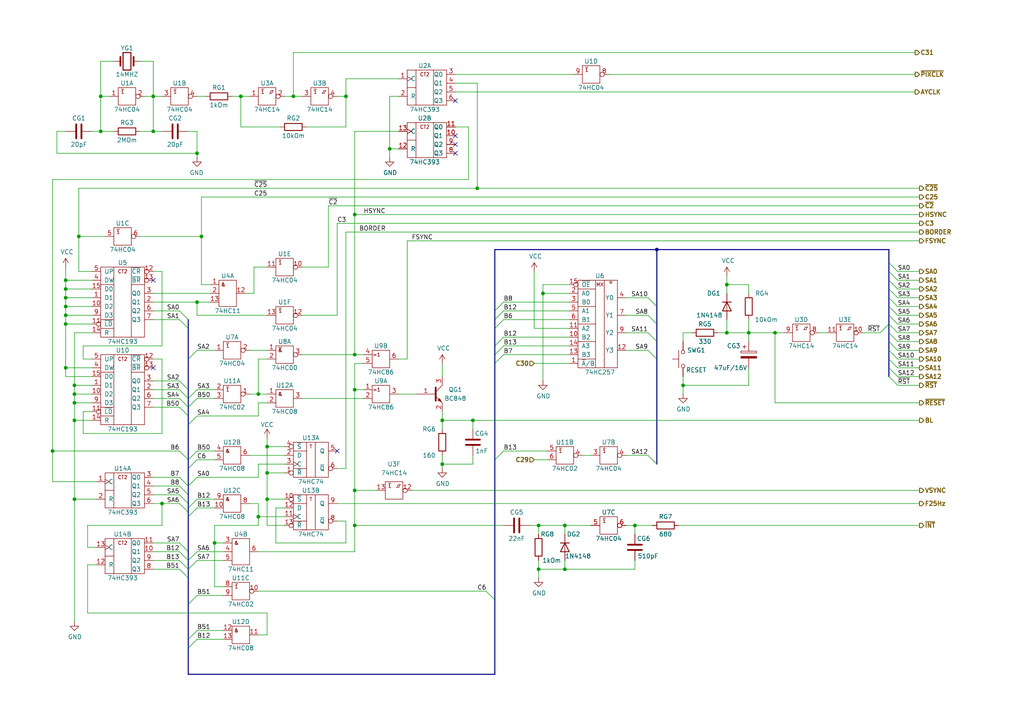
<source format=kicad_sch>
(kicad_sch (version 20231120) (generator "eeschema") (generator_version "8.0")
  (paper "A4")
  (title_block (title "Generator") (date "28.05.2022") (rev "0.01v") (comment 1 "Comment1") (comment 2 "Comment2") (comment 3 "Comment3") (comment 4 "Comment4"))
  (junction (at 157.48 85.09))
  (junction (at 19.05 83.82))
  (junction (at 85.09 27.94))
  (junction (at 74.93 114.3))
  (junction (at 77.47 144.78))
  (junction (at 190.5 72.39))
  (junction (at 44.45 27.94))
  (junction (at 21.59 121.92))
  (junction (at 77.47 137.16))
  (junction (at 19.05 93.98))
  (junction (at 210.82 82.55))
  (junction (at 102.87 62.23))
  (junction (at 21.59 144.78))
  (junction (at 19.05 81.28))
  (junction (at 46.99 146.05))
  (junction (at 29.21 38.1))
  (junction (at 102.87 102.87))
  (junction (at 210.82 96.52))
  (junction (at 113.03 43.18))
  (junction (at 102.87 152.4))
  (junction (at 224.79 96.52))
  (junction (at 19.05 106.68))
  (junction (at 21.59 116.84))
  (junction (at 69.85 27.94))
  (junction (at 102.87 142.24))
  (junction (at 156.21 165.1))
  (junction (at 58.42 68.58))
  (junction (at 62.23 157.48))
  (junction (at 21.59 114.3))
  (junction (at 138.43 54.61))
  (junction (at 19.05 88.9))
  (junction (at 19.05 91.44))
  (junction (at 19.05 86.36))
  (junction (at 156.21 152.4))
  (junction (at 21.59 111.76))
  (junction (at 22.86 68.58))
  (junction (at 100.33 27.94))
  (junction (at 198.12 111.76))
  (junction (at 128.27 121.92))
  (junction (at 74.93 149.86))
  (junction (at 102.87 113.03))
  (junction (at 184.15 152.4))
  (junction (at 29.21 27.94))
  (junction (at 15.24 130.81))
  (junction (at 57.15 87.63))
  (junction (at 44.45 38.1))
  (junction (at 163.83 152.4))
  (junction (at 137.16 121.92))
  (junction (at 217.17 96.52))
  (junction (at 163.83 165.1))
  (junction (at 77.47 129.54))
  (junction (at 57.15 44.45))
  (junction (at 128.27 134.62))
  (no_connect (at 44.45 106.68))
  (no_connect (at 132.08 39.37))
  (no_connect (at 132.08 41.91))
  (no_connect (at 97.79 130.81))
  (no_connect (at 132.08 44.45))
  (no_connect (at 132.08 29.21))
  (no_connect (at 44.45 81.28))
  (bus_entry (at 54.61 118.11) (size 2.54 -2.54))
  (bus_entry (at 257.81 109.22) (size 2.54 2.54))
  (bus_entry (at 52.07 160.02) (size 2.54 2.54))
  (bus_entry (at 143.51 100.33) (size 2.54 -2.54))
  (bus_entry (at 257.81 96.52) (size 2.54 2.54))
  (bus_entry (at 257.81 99.06) (size 2.54 2.54))
  (bus_entry (at 54.61 187.96) (size 2.54 -2.54))
  (bus_entry (at 54.61 104.14) (size 2.54 -2.54))
  (bus_entry (at 52.07 140.97) (size 2.54 2.54))
  (bus_entry (at 52.07 92.71) (size 2.54 2.54))
  (bus_entry (at 52.07 115.57) (size 2.54 2.54))
  (bus_entry (at 187.96 86.36) (size 2.54 2.54))
  (bus_entry (at 187.96 132.08) (size 2.54 2.54))
  (bus_entry (at 143.51 90.17) (size 2.54 -2.54))
  (bus_entry (at 143.51 92.71) (size 2.54 -2.54))
  (bus_entry (at 54.61 135.89) (size 2.54 -2.54))
  (bus_entry (at 143.51 102.87) (size 2.54 -2.54))
  (bus_entry (at 257.81 88.9) (size 2.54 2.54))
  (bus_entry (at 187.96 96.52) (size 2.54 2.54))
  (bus_entry (at 257.81 106.68) (size 2.54 2.54))
  (bus_entry (at 54.61 133.35) (size 2.54 -2.54))
  (bus_entry (at 140.97 171.45) (size 2.54 2.54))
  (bus_entry (at 143.51 95.25) (size 2.54 -2.54))
  (bus_entry (at 54.61 149.86) (size 2.54 -2.54))
  (bus_entry (at 52.07 146.05) (size 2.54 2.54))
  (bus_entry (at 257.81 81.28) (size 2.54 2.54))
  (bus_entry (at 255.27 96.52) (size 2.54 -2.54))
  (bus_entry (at 54.61 165.1) (size 2.54 -2.54))
  (bus_entry (at 257.81 86.36) (size 2.54 2.54))
  (bus_entry (at 54.61 123.19) (size 2.54 -2.54))
  (bus_entry (at 257.81 83.82) (size 2.54 2.54))
  (bus_entry (at 52.07 110.49) (size 2.54 2.54))
  (bus_entry (at 52.07 143.51) (size 2.54 2.54))
  (bus_entry (at 187.96 91.44) (size 2.54 2.54))
  (bus_entry (at 52.07 165.1) (size 2.54 2.54))
  (bus_entry (at 52.07 118.11) (size 2.54 2.54))
  (bus_entry (at 52.07 162.56) (size 2.54 2.54))
  (bus_entry (at 54.61 185.42) (size 2.54 -2.54))
  (bus_entry (at 257.81 101.6) (size 2.54 2.54))
  (bus_entry (at 143.51 105.41) (size 2.54 -2.54))
  (bus_entry (at 257.81 78.74) (size 2.54 2.54))
  (bus_entry (at 257.81 76.2) (size 2.54 2.54))
  (bus_entry (at 257.81 93.98) (size 2.54 2.54))
  (bus_entry (at 54.61 115.57) (size 2.54 -2.54))
  (bus_entry (at 187.96 101.6) (size 2.54 2.54))
  (bus_entry (at 54.61 140.97) (size 2.54 -2.54))
  (bus_entry (at 54.61 162.56) (size 2.54 -2.54))
  (bus_entry (at 257.81 104.14) (size 2.54 2.54))
  (bus_entry (at 54.61 147.32) (size 2.54 -2.54))
  (bus_entry (at 52.07 130.81) (size 2.54 2.54))
  (bus_entry (at 54.61 175.26) (size 2.54 -2.54))
  (bus_entry (at 257.81 91.44) (size 2.54 2.54))
  (bus_entry (at 52.07 138.43) (size 2.54 2.54))
  (bus_entry (at 52.07 113.03) (size 2.54 2.54))
  (bus_entry (at 52.07 157.48) (size 2.54 2.54))
  (bus_entry (at 52.07 90.17) (size 2.54 2.54))
  (bus_entry (at 143.51 133.35) (size 2.54 -2.54))
  (bus (pts (xy 143.51 72.39) (xy 143.51 90.17)))
  (wire (pts (xy 102.87 113.03) (xy 105.41 113.03)))
  (wire (pts (xy 77.47 144.78) (xy 77.47 152.4)))
  (wire (pts (xy 62.23 157.48) (xy 62.23 170.18)))
  (wire (pts (xy 69.85 27.94) (xy 72.39 27.94)))
  (wire (pts (xy 57.15 160.02) (xy 64.77 160.02)))
  (wire (pts (xy 154.94 78.74) (xy 154.94 95.25)))
  (wire (pts (xy 62.23 113.03) (xy 57.15 113.03)))
  (wire (pts (xy 29.21 17.78) (xy 33.02 17.78)))
  (wire (pts (xy 77.47 152.4) (xy 82.55 152.4)))
  (wire (pts (xy 100.33 67.31) (xy 266.7 67.31)))
  (wire (pts (xy 21.59 111.76) (xy 21.59 114.3)))
  (wire (pts (xy 100.33 22.86) (xy 115.57 22.86)))
  (bus (pts (xy 54.61 104.14) (xy 54.61 113.03)))
  (wire (pts (xy 97.79 146.05) (xy 266.7 146.05)))
  (wire (pts (xy 196.85 152.4) (xy 266.7 152.4)))
  (wire (pts (xy 57.15 130.81) (xy 62.23 130.81)))
  (bus (pts (xy 257.81 86.36) (xy 257.81 88.9)))
  (bus (pts (xy 257.81 104.14) (xy 257.81 106.68)))
  (bus (pts (xy 257.81 76.2) (xy 257.81 78.74)))
  (wire (pts (xy 210.82 96.52) (xy 217.17 96.52)))
  (wire (pts (xy 266.7 69.85) (xy 118.11 69.85)))
  (wire (pts (xy 77.47 184.15) (xy 77.47 177.8)))
  (wire (pts (xy 26.67 81.28) (xy 19.05 81.28)))
  (wire (pts (xy 198.12 111.76) (xy 217.17 111.76)))
  (wire (pts (xy 266.7 93.98) (xy 260.35 93.98)))
  (wire (pts (xy 44.45 118.11) (xy 52.07 118.11)))
  (wire (pts (xy 44.45 78.74) (xy 46.99 78.74)))
  (wire (pts (xy 46.99 78.74) (xy 46.99 100.33)))
  (wire (pts (xy 19.05 109.22) (xy 19.05 106.68)))
  (wire (pts (xy 118.11 104.14) (xy 115.57 104.14)))
  (wire (pts (xy 100.33 157.48) (xy 80.01 157.48)))
  (wire (pts (xy 25.4 158.75) (xy 27.94 158.75)))
  (wire (pts (xy 210.82 82.55) (xy 217.17 82.55)))
  (bus (pts (xy 54.61 147.32) (xy 54.61 148.59)))
  (wire (pts (xy 128.27 132.08) (xy 128.27 134.62)))
  (wire (pts (xy 24.13 125.73) (xy 46.99 125.73)))
  (wire (pts (xy 102.87 152.4) (xy 102.87 160.02)))
  (wire (pts (xy 26.67 38.1) (xy 29.21 38.1)))
  (wire (pts (xy 71.12 85.09) (xy 73.66 85.09)))
  (bus (pts (xy 257.81 93.98) (xy 257.81 96.52)))
  (wire (pts (xy 138.43 54.61) (xy 266.7 54.61)))
  (wire (pts (xy 115.57 38.1) (xy 102.87 38.1)))
  (bus (pts (xy 143.51 95.25) (xy 143.51 100.33)))
  (wire (pts (xy 266.7 104.14) (xy 260.35 104.14)))
  (wire (pts (xy 29.21 38.1) (xy 33.02 38.1)))
  (wire (pts (xy 156.21 162.56) (xy 156.21 165.1)))
  (bus (pts (xy 54.61 95.25) (xy 54.61 104.14)))
  (wire (pts (xy 19.05 83.82) (xy 26.67 83.82)))
  (wire (pts (xy 19.05 81.28) (xy 19.05 77.47)))
  (wire (pts (xy 146.05 87.63) (xy 165.1 87.63)))
  (bus (pts (xy 54.61 148.59) (xy 54.61 149.86)))
  (wire (pts (xy 57.15 133.35) (xy 62.23 133.35)))
  (wire (pts (xy 74.93 149.86) (xy 74.93 152.4)))
  (wire (pts (xy 44.45 115.57) (xy 52.07 115.57)))
  (wire (pts (xy 168.91 132.08) (xy 171.45 132.08)))
  (wire (pts (xy 156.21 165.1) (xy 156.21 167.64)))
  (wire (pts (xy 57.15 44.45) (xy 57.15 38.1)))
  (bus (pts (xy 54.61 195.58) (xy 143.51 195.58)))
  (wire (pts (xy 198.12 111.76) (xy 198.12 114.3)))
  (wire (pts (xy 77.47 137.16) (xy 77.47 144.78)))
  (wire (pts (xy 41.91 27.94) (xy 44.45 27.94)))
  (wire (pts (xy 74.93 114.3) (xy 77.47 114.3)))
  (wire (pts (xy 208.28 96.52) (xy 210.82 96.52)))
  (wire (pts (xy 22.86 68.58) (xy 22.86 78.74)))
  (wire (pts (xy 15.24 52.07) (xy 135.89 52.07)))
  (wire (pts (xy 57.15 144.78) (xy 62.23 144.78)))
  (wire (pts (xy 26.67 106.68) (xy 19.05 106.68)))
  (bus (pts (xy 54.61 146.05) (xy 54.61 147.32)))
  (wire (pts (xy 74.93 146.05) (xy 74.93 149.86)))
  (wire (pts (xy 19.05 91.44) (xy 19.05 93.98)))
  (wire (pts (xy 64.77 157.48) (xy 62.23 157.48)))
  (wire (pts (xy 24.13 100.33) (xy 24.13 104.14)))
  (wire (pts (xy 128.27 109.22) (xy 128.27 105.41)))
  (wire (pts (xy 217.17 96.52) (xy 217.17 99.06)))
  (bus (pts (xy 143.51 173.99) (xy 143.51 195.58)))
  (wire (pts (xy 26.67 114.3) (xy 21.59 114.3)))
  (wire (pts (xy 224.79 116.84) (xy 266.7 116.84)))
  (wire (pts (xy 181.61 101.6) (xy 187.96 101.6)))
  (wire (pts (xy 156.21 152.4) (xy 163.83 152.4)))
  (wire (pts (xy 21.59 121.92) (xy 21.59 116.84)))
  (wire (pts (xy 57.15 115.57) (xy 62.23 115.57)))
  (bus (pts (xy 54.61 149.86) (xy 54.61 160.02)))
  (wire (pts (xy 266.7 96.52) (xy 260.35 96.52)))
  (wire (pts (xy 19.05 106.68) (xy 19.05 93.98)))
  (wire (pts (xy 19.05 91.44) (xy 26.67 91.44)))
  (wire (pts (xy 102.87 38.1) (xy 102.87 62.23)))
  (wire (pts (xy 19.05 88.9) (xy 26.67 88.9)))
  (wire (pts (xy 74.93 160.02) (xy 102.87 160.02)))
  (wire (pts (xy 15.24 130.81) (xy 15.24 139.7)))
  (wire (pts (xy 100.33 67.31) (xy 100.33 135.89)))
  (wire (pts (xy 62.23 152.4) (xy 62.23 157.48)))
  (bus (pts (xy 190.5 72.39) (xy 257.81 72.39)))
  (wire (pts (xy 44.45 17.78) (xy 44.45 27.94)))
  (wire (pts (xy 74.93 138.43) (xy 57.15 138.43)))
  (wire (pts (xy 74.93 152.4) (xy 62.23 152.4)))
  (bus (pts (xy 54.61 187.96) (xy 54.61 195.58)))
  (wire (pts (xy 146.05 92.71) (xy 165.1 92.71)))
  (wire (pts (xy 128.27 121.92) (xy 137.16 121.92)))
  (wire (pts (xy 266.7 106.68) (xy 260.35 106.68)))
  (bus (pts (xy 54.61 92.71) (xy 54.61 95.25)))
  (wire (pts (xy 46.99 100.33) (xy 24.13 100.33)))
  (wire (pts (xy 266.7 78.74) (xy 260.35 78.74)))
  (wire (pts (xy 95.25 59.69) (xy 95.25 77.47)))
  (bus (pts (xy 54.61 133.35) (xy 54.61 135.89)))
  (wire (pts (xy 69.85 27.94) (xy 69.85 36.83)))
  (wire (pts (xy 102.87 113.03) (xy 102.87 142.24)))
  (wire (pts (xy 184.15 152.4) (xy 184.15 154.94)))
  (wire (pts (xy 77.47 129.54) (xy 77.47 137.16)))
  (wire (pts (xy 77.47 129.54) (xy 77.47 127)))
  (bus (pts (xy 143.51 105.41) (xy 143.51 133.35)))
  (bus (pts (xy 143.51 100.33) (xy 143.51 102.87)))
  (wire (pts (xy 21.59 144.78) (xy 27.94 144.78)))
  (wire (pts (xy 265.43 15.24) (xy 85.09 15.24)))
  (wire (pts (xy 27.94 163.83) (xy 25.4 163.83)))
  (wire (pts (xy 57.15 27.94) (xy 59.69 27.94)))
  (wire (pts (xy 16.51 44.45) (xy 57.15 44.45)))
  (wire (pts (xy 266.7 91.44) (xy 260.35 91.44)))
  (wire (pts (xy 54.61 38.1) (xy 57.15 38.1)))
  (wire (pts (xy 57.15 147.32) (xy 62.23 147.32)))
  (bus (pts (xy 54.61 162.56) (xy 54.61 165.1)))
  (wire (pts (xy 19.05 86.36) (xy 26.67 86.36)))
  (wire (pts (xy 153.67 152.4) (xy 156.21 152.4)))
  (bus (pts (xy 190.5 72.39) (xy 190.5 88.9)))
  (wire (pts (xy 44.45 85.09) (xy 60.96 85.09)))
  (wire (pts (xy 217.17 96.52) (xy 217.17 92.71)))
  (wire (pts (xy 260.35 81.28) (xy 266.7 81.28)))
  (wire (pts (xy 29.21 17.78) (xy 29.21 27.94)))
  (bus (pts (xy 257.81 106.68) (xy 257.81 109.22)))
  (wire (pts (xy 260.35 86.36) (xy 266.7 86.36)))
  (wire (pts (xy 184.15 152.4) (xy 189.23 152.4)))
  (wire (pts (xy 100.33 27.94) (xy 100.33 22.86)))
  (wire (pts (xy 137.16 124.46) (xy 137.16 121.92)))
  (wire (pts (xy 95.25 77.47) (xy 87.63 77.47)))
  (bus (pts (xy 257.81 83.82) (xy 257.81 86.36)))
  (wire (pts (xy 154.94 105.41) (xy 165.1 105.41)))
  (wire (pts (xy 57.15 44.45) (xy 57.15 45.72)))
  (wire (pts (xy 181.61 132.08) (xy 187.96 132.08)))
  (wire (pts (xy 77.47 91.44) (xy 57.15 91.44)))
  (wire (pts (xy 198.12 109.22) (xy 198.12 111.76)))
  (wire (pts (xy 40.64 17.78) (xy 44.45 17.78)))
  (wire (pts (xy 74.93 104.14) (xy 74.93 114.3)))
  (wire (pts (xy 260.35 83.82) (xy 266.7 83.82)))
  (wire (pts (xy 46.99 104.14) (xy 44.45 104.14)))
  (wire (pts (xy 85.09 27.94) (xy 87.63 27.94)))
  (wire (pts (xy 22.86 54.61) (xy 22.86 68.58)))
  (bus (pts (xy 257.81 101.6) (xy 257.81 104.14)))
  (wire (pts (xy 102.87 105.41) (xy 102.87 113.03)))
  (wire (pts (xy 80.01 147.32) (xy 82.55 147.32)))
  (wire (pts (xy 97.79 135.89) (xy 100.33 135.89)))
  (wire (pts (xy 46.99 146.05) (xy 46.99 152.4)))
  (wire (pts (xy 26.67 109.22) (xy 19.05 109.22)))
  (wire (pts (xy 260.35 109.22) (xy 266.7 109.22)))
  (bus (pts (xy 143.51 92.71) (xy 143.51 95.25)))
  (wire (pts (xy 72.39 101.6) (xy 77.47 101.6)))
  (wire (pts (xy 95.25 59.69) (xy 266.7 59.69)))
  (wire (pts (xy 21.59 116.84) (xy 26.67 116.84)))
  (wire (pts (xy 21.59 96.52) (xy 26.67 96.52)))
  (bus (pts (xy 54.61 118.11) (xy 54.61 120.65)))
  (wire (pts (xy 82.55 27.94) (xy 85.09 27.94)))
  (wire (pts (xy 224.79 96.52) (xy 224.79 116.84)))
  (wire (pts (xy 132.08 21.59) (xy 166.37 21.59)))
  (wire (pts (xy 15.24 52.07) (xy 15.24 130.81)))
  (bus (pts (xy 143.51 133.35) (xy 143.51 173.99)))
  (wire (pts (xy 62.23 170.18) (xy 64.77 170.18)))
  (wire (pts (xy 77.47 77.47) (xy 73.66 77.47)))
  (wire (pts (xy 44.45 138.43) (xy 52.07 138.43)))
  (wire (pts (xy 58.42 82.55) (xy 60.96 82.55)))
  (wire (pts (xy 157.48 82.55) (xy 157.48 85.09)))
  (wire (pts (xy 44.45 143.51) (xy 52.07 143.51)))
  (wire (pts (xy 44.45 87.63) (xy 57.15 87.63)))
  (wire (pts (xy 74.93 134.62) (xy 82.55 134.62)))
  (wire (pts (xy 266.7 101.6) (xy 260.35 101.6)))
  (wire (pts (xy 19.05 91.44) (xy 19.05 88.9)))
  (wire (pts (xy 74.93 116.84) (xy 74.93 120.65)))
  (wire (pts (xy 15.24 139.7) (xy 27.94 139.7)))
  (wire (pts (xy 132.08 24.13) (xy 138.43 24.13)))
  (wire (pts (xy 113.03 43.18) (xy 113.03 45.72)))
  (wire (pts (xy 58.42 57.15) (xy 58.42 68.58)))
  (wire (pts (xy 57.15 87.63) (xy 60.96 87.63)))
  (bus (pts (xy 143.51 90.17) (xy 143.51 92.71)))
  (wire (pts (xy 44.45 92.71) (xy 52.07 92.71)))
  (bus (pts (xy 190.5 93.98) (xy 190.5 99.06)))
  (wire (pts (xy 181.61 152.4) (xy 184.15 152.4)))
  (bus (pts (xy 190.5 88.9) (xy 190.5 93.98)))
  (wire (pts (xy 154.94 133.35) (xy 158.75 133.35)))
  (wire (pts (xy 44.45 140.97) (xy 52.07 140.97)))
  (wire (pts (xy 25.4 163.83) (xy 25.4 177.8)))
  (wire (pts (xy 165.1 82.55) (xy 157.48 82.55)))
  (wire (pts (xy 77.47 129.54) (xy 82.55 129.54)))
  (bus (pts (xy 54.61 143.51) (xy 54.61 146.05)))
  (wire (pts (xy 69.85 36.83) (xy 81.28 36.83)))
  (wire (pts (xy 40.64 38.1) (xy 44.45 38.1)))
  (wire (pts (xy 158.75 130.81) (xy 146.05 130.81)))
  (wire (pts (xy 44.45 160.02) (xy 52.07 160.02)))
  (wire (pts (xy 87.63 102.87) (xy 102.87 102.87)))
  (bus (pts (xy 257.81 81.28) (xy 257.81 83.82)))
  (wire (pts (xy 119.38 142.24) (xy 266.7 142.24)))
  (wire (pts (xy 266.7 99.06) (xy 260.35 99.06)))
  (wire (pts (xy 57.15 185.42) (xy 64.77 185.42)))
  (wire (pts (xy 26.67 121.92) (xy 21.59 121.92)))
  (wire (pts (xy 64.77 172.72) (xy 57.15 172.72)))
  (wire (pts (xy 146.05 90.17) (xy 165.1 90.17)))
  (wire (pts (xy 135.89 52.07) (xy 135.89 36.83)))
  (wire (pts (xy 187.96 86.36) (xy 181.61 86.36)))
  (wire (pts (xy 25.4 152.4) (xy 25.4 158.75)))
  (wire (pts (xy 163.83 152.4) (xy 163.83 154.94)))
  (wire (pts (xy 163.83 162.56) (xy 163.83 165.1)))
  (wire (pts (xy 266.7 62.23) (xy 102.87 62.23)))
  (wire (pts (xy 250.19 96.52) (xy 255.27 96.52)))
  (wire (pts (xy 198.12 96.52) (xy 200.66 96.52)))
  (wire (pts (xy 15.24 130.81) (xy 52.07 130.81)))
  (wire (pts (xy 22.86 68.58) (xy 30.48 68.58)))
  (wire (pts (xy 77.47 116.84) (xy 74.93 116.84)))
  (wire (pts (xy 25.4 177.8) (xy 77.47 177.8)))
  (wire (pts (xy 44.45 90.17) (xy 52.07 90.17)))
  (wire (pts (xy 57.15 162.56) (xy 64.77 162.56)))
  (wire (pts (xy 74.93 134.62) (xy 74.93 138.43)))
  (wire (pts (xy 19.05 88.9) (xy 19.05 86.36)))
  (wire (pts (xy 77.47 104.14) (xy 74.93 104.14)))
  (bus (pts (xy 257.81 96.52) (xy 257.81 99.06)))
  (wire (pts (xy 74.93 171.45) (xy 140.97 171.45)))
  (wire (pts (xy 115.57 27.94) (xy 113.03 27.94)))
  (wire (pts (xy 58.42 57.15) (xy 266.7 57.15)))
  (wire (pts (xy 40.64 68.58) (xy 58.42 68.58)))
  (bus (pts (xy 190.5 99.06) (xy 190.5 104.14)))
  (wire (pts (xy 46.99 125.73) (xy 46.99 104.14)))
  (wire (pts (xy 26.67 119.38) (xy 24.13 119.38)))
  (wire (pts (xy 72.39 146.05) (xy 74.93 146.05)))
  (wire (pts (xy 21.59 111.76) (xy 21.59 96.52)))
  (wire (pts (xy 181.61 91.44) (xy 187.96 91.44)))
  (wire (pts (xy 217.17 96.52) (xy 224.79 96.52)))
  (wire (pts (xy 102.87 102.87) (xy 105.41 102.87)))
  (wire (pts (xy 146.05 152.4) (xy 102.87 152.4)))
  (wire (pts (xy 21.59 121.92) (xy 21.59 144.78)))
  (wire (pts (xy 237.49 96.52) (xy 240.03 96.52)))
  (wire (pts (xy 19.05 83.82) (xy 19.05 81.28)))
  (wire (pts (xy 57.15 182.88) (xy 64.77 182.88)))
  (wire (pts (xy 44.45 27.94) (xy 44.45 38.1)))
  (bus (pts (xy 54.61 185.42) (xy 54.61 187.96)))
  (wire (pts (xy 138.43 24.13) (xy 138.43 54.61)))
  (wire (pts (xy 29.21 27.94) (xy 29.21 38.1)))
  (wire (pts (xy 44.45 38.1) (xy 46.99 38.1)))
  (wire (pts (xy 26.67 93.98) (xy 19.05 93.98)))
  (wire (pts (xy 154.94 95.25) (xy 165.1 95.25)))
  (wire (pts (xy 266.7 88.9) (xy 260.35 88.9)))
  (wire (pts (xy 21.59 114.3) (xy 21.59 116.84)))
  (wire (pts (xy 82.55 144.78) (xy 77.47 144.78)))
  (wire (pts (xy 97.79 64.77) (xy 266.7 64.77)))
  (wire (pts (xy 102.87 142.24) (xy 109.22 142.24)))
  (wire (pts (xy 44.45 157.48) (xy 52.07 157.48)))
  (wire (pts (xy 80.01 157.48) (xy 80.01 147.32)))
  (wire (pts (xy 156.21 165.1) (xy 163.83 165.1)))
  (wire (pts (xy 210.82 80.01) (xy 210.82 82.55)))
  (wire (pts (xy 16.51 38.1) (xy 16.51 44.45)))
  (wire (pts (xy 44.45 146.05) (xy 46.99 146.05)))
  (wire (pts (xy 44.45 162.56) (xy 52.07 162.56)))
  (wire (pts (xy 118.11 69.85) (xy 118.11 104.14)))
  (wire (pts (xy 44.45 110.49) (xy 52.07 110.49)))
  (wire (pts (xy 266.7 111.76) (xy 260.35 111.76)))
  (wire (pts (xy 58.42 68.58) (xy 58.42 82.55)))
  (wire (pts (xy 102.87 105.41) (xy 105.41 105.41)))
  (wire (pts (xy 137.16 132.08) (xy 137.16 134.62)))
  (bus (pts (xy 143.51 102.87) (xy 143.51 105.41)))
  (wire (pts (xy 97.79 91.44) (xy 97.79 64.77)))
  (wire (pts (xy 137.16 121.92) (xy 266.7 121.92)))
  (wire (pts (xy 181.61 96.52) (xy 187.96 96.52)))
  (wire (pts (xy 72.39 114.3) (xy 74.93 114.3)))
  (wire (pts (xy 128.27 119.38) (xy 128.27 121.92)))
  (wire (pts (xy 128.27 121.92) (xy 128.27 124.46)))
  (bus (pts (xy 54.61 120.65) (xy 54.61 123.19)))
  (bus (pts (xy 257.81 72.39) (xy 257.81 76.2)))
  (wire (pts (xy 128.27 134.62) (xy 137.16 134.62)))
  (wire (pts (xy 87.63 91.44) (xy 97.79 91.44)))
  (bus (pts (xy 257.81 91.44) (xy 257.81 93.98)))
  (wire (pts (xy 72.39 132.08) (xy 82.55 132.08)))
  (wire (pts (xy 224.79 96.52) (xy 227.33 96.52)))
  (wire (pts (xy 210.82 82.55) (xy 210.82 85.09)))
  (wire (pts (xy 44.45 165.1) (xy 52.07 165.1)))
  (wire (pts (xy 25.4 152.4) (xy 46.99 152.4)))
  (wire (pts (xy 88.9 36.83) (xy 100.33 36.83)))
  (bus (pts (xy 54.61 140.97) (xy 54.61 143.51)))
  (wire (pts (xy 22.86 54.61) (xy 138.43 54.61)))
  (wire (pts (xy 157.48 85.09) (xy 157.48 110.49)))
  (bus (pts (xy 54.61 165.1) (xy 54.61 167.64)))
  (wire (pts (xy 102.87 62.23) (xy 102.87 102.87)))
  (wire (pts (xy 19.05 38.1) (xy 16.51 38.1)))
  (wire (pts (xy 22.86 78.74) (xy 26.67 78.74)))
  (wire (pts (xy 163.83 152.4) (xy 171.45 152.4)))
  (bus (pts (xy 54.61 113.03) (xy 54.61 115.57)))
  (bus (pts (xy 54.61 160.02) (xy 54.61 162.56)))
  (wire (pts (xy 217.17 111.76) (xy 217.17 106.68)))
  (wire (pts (xy 184.15 162.56) (xy 184.15 165.1)))
  (wire (pts (xy 57.15 101.6) (xy 62.23 101.6)))
  (wire (pts (xy 29.21 27.94) (xy 31.75 27.94)))
  (bus (pts (xy 54.61 135.89) (xy 54.61 140.97)))
  (bus (pts (xy 257.81 78.74) (xy 257.81 81.28)))
  (wire (pts (xy 74.93 120.65) (xy 57.15 120.65)))
  (wire (pts (xy 146.05 100.33) (xy 165.1 100.33)))
  (wire (pts (xy 21.59 144.78) (xy 21.59 180.34)))
  (wire (pts (xy 87.63 115.57) (xy 105.41 115.57)))
  (bus (pts (xy 54.61 115.57) (xy 54.61 118.11)))
  (wire (pts (xy 115.57 114.3) (xy 120.65 114.3)))
  (wire (pts (xy 77.47 184.15) (xy 74.93 184.15)))
  (wire (pts (xy 67.31 27.94) (xy 69.85 27.94)))
  (wire (pts (xy 198.12 99.06) (xy 198.12 96.52)))
  (wire (pts (xy 44.45 113.03) (xy 52.07 113.03)))
  (wire (pts (xy 57.15 91.44) (xy 57.15 87.63)))
  (bus (pts (xy 143.51 72.39) (xy 190.5 72.39)))
  (wire (pts (xy 163.83 165.1) (xy 184.15 165.1)))
  (wire (pts (xy 44.45 27.94) (xy 46.99 27.94)))
  (wire (pts (xy 24.13 119.38) (xy 24.13 125.73)))
  (wire (pts (xy 176.53 21.59) (xy 265.43 21.59)))
  (bus (pts (xy 54.61 167.64) (xy 54.61 175.26)))
  (bus (pts (xy 54.61 175.26) (xy 54.61 185.42)))
  (wire (pts (xy 113.03 27.94) (xy 113.03 43.18)))
  (wire (pts (xy 113.03 43.18) (xy 115.57 43.18)))
  (wire (pts (xy 165.1 85.09) (xy 157.48 85.09)))
  (wire (pts (xy 97.79 151.13) (xy 100.33 151.13)))
  (wire (pts (xy 146.05 102.87) (xy 165.1 102.87)))
  (wire (pts (xy 100.33 151.13) (xy 100.33 157.48)))
  (wire (pts (xy 217.17 82.55) (xy 217.17 85.09)))
  (wire (pts (xy 128.27 134.62) (xy 128.27 135.89)))
  (wire (pts (xy 135.89 36.83) (xy 132.08 36.83)))
  (bus (pts (xy 190.5 104.14) (xy 190.5 134.62)))
  (wire (pts (xy 156.21 152.4) (xy 156.21 154.94)))
  (wire (pts (xy 19.05 86.36) (xy 19.05 83.82)))
  (bus (pts (xy 257.81 99.06) (xy 257.81 101.6)))
  (wire (pts (xy 100.33 27.94) (xy 100.33 36.83)))
  (wire (pts (xy 46.99 146.05) (xy 52.07 146.05)))
  (wire (pts (xy 77.47 137.16) (xy 82.55 137.16)))
  (wire (pts (xy 210.82 92.71) (xy 210.82 96.52)))
  (wire (pts (xy 24.13 104.14) (xy 26.67 104.14)))
  (wire (pts (xy 146.05 97.79) (xy 165.1 97.79)))
  (wire (pts (xy 85.09 27.94) (xy 85.09 15.24)))
  (wire (pts (xy 82.55 149.86) (xy 74.93 149.86)))
  (bus (pts (xy 257.81 88.9) (xy 257.81 91.44)))
  (wire (pts (xy 73.66 77.47) (xy 73.66 85.09)))
  (wire (pts (xy 102.87 142.24) (xy 102.87 152.4)))
  (bus (pts (xy 54.61 123.19) (xy 54.61 133.35)))
  (wire (pts (xy 26.67 111.76) (xy 21.59 111.76)))
  (wire (pts (xy 97.79 27.94) (xy 100.33 27.94)))
  (wire (pts (xy 132.08 26.67) (xy 265.43 26.67)))
  (label "B13" (at 146.05 130.81 0))
  (label "B12" (at 52.07 160.02 180))
  (label "HSYNC" (at 105.41 62.23 0))
  (label "C6" (at 57.15 133.35 0))
  (label "SA4" (at 57.15 120.65 0))
  (label "~{C25}" (at 73.66 54.61 0))
  (label "SA2" (at 57.15 101.6 0))
  (label "B50" (at 57.15 130.81 0))
  (label "B12" (at 57.15 185.42 0))
  (label "~{RST}" (at 260.35 111.76 0))
  (label "SA1" (at 52.07 92.71 180))
  (label "SA4" (at 260.35 88.9 0))
  (label "SA10" (at 187.96 86.36 180))
  (label "C25" (at 73.66 57.15 0))
  (label "C6" (at 138.43 171.45 0))
  (label "SA11" (at 260.35 106.68 0))
  (label "C3" (at 97.79 64.77 0))
  (label "SA8" (at 187.96 91.44 180))
  (label "B13" (at 52.07 162.56 180))
  (label "B13" (at 57.15 147.32 0))
  (label "SA3" (at 260.35 86.36 0))
  (label "SA4" (at 52.07 115.57 180))
  (label "B6" (at 52.07 130.81 180))
  (label "SA6" (at 52.07 146.05 180))
  (label "SA7" (at 260.35 96.52 0))
  (label "B13" (at 146.05 100.33 0))
  (label "B12" (at 146.05 97.79 0))
  (label "B8" (at 146.05 87.63 0))
  (label "B50" (at 57.15 115.57 0))
  (label "~{C2}" (at 95.25 59.69 0))
  (label "SA6" (at 57.15 160.02 0))
  (label "SA9" (at 260.35 101.6 0))
  (label "SA11" (at 187.96 96.52 180))
  (label "B12" (at 146.05 90.17 0))
  (label "B7" (at 146.05 102.87 0))
  (label "SA5" (at 260.35 91.44 0))
  (label "SA7" (at 57.15 162.56 0))
  (label "B51" (at 57.15 182.88 0))
  (label "SA8" (at 260.35 99.06 0))
  (label "SA5" (at 52.07 143.51 180))
  (label "SA0" (at 52.07 90.17 180))
  (label "B8" (at 52.07 140.97 180))
  (label "SA6" (at 260.35 93.98 0))
  (label "B6" (at 146.05 92.71 0))
  (label "B7" (at 52.07 138.43 180))
  (label "B51" (at 57.15 172.72 0))
  (label "SA10" (at 260.35 104.14 0))
  (label "SA0" (at 57.15 138.43 0))
  (label "SA9" (at 187.96 101.6 180))
  (label "FSYNC" (at 119.38 69.85 0))
  (label "SA7" (at 52.07 157.48 180))
  (label "SA0" (at 260.35 78.74 0))
  (label "B12" (at 57.15 144.78 0))
  (label "SA1" (at 260.35 81.28 0))
  (label "B50" (at 52.07 118.11 180))
  (label "SA12" (at 187.96 132.08 180))
  (label "SA12" (at 260.35 109.22 0))
  (label "~{RST}" (at 255.27 96.52 180))
  (label "SA3" (at 52.07 113.03 180))
  (label "SA2" (at 260.35 83.82 0))
  (label "SA2" (at 52.07 110.49 180))
  (label "SA3" (at 57.15 113.03 0))
  (label "B51" (at 52.07 165.1 180))
  (label "BORDER" (at 104.14 67.31 0))
  (hierarchical_label "FSYNC" (shape output) (at 266.7 69.85 0) (effects (font (thickness 0.254) (bold yes))))
  (hierarchical_label "C3" (shape output) (at 266.7 64.77 0) (effects (font (thickness 0.254) (bold yes))))
  (hierarchical_label "SA3" (shape output) (at 266.7 86.36 0) (effects (font (thickness 0.254) (bold yes))))
  (hierarchical_label "~{PIXCLK}" (shape output) (at 265.43 21.59 0) (effects (font (thickness 0.254) (bold yes))))
  (hierarchical_label "SA1" (shape output) (at 266.7 81.28 0) (effects (font (thickness 0.254) (bold yes))))
  (hierarchical_label "C31" (shape output) (at 265.43 15.24 0) (effects (font (thickness 0.254) (bold yes))))
  (hierarchical_label "AYCLK" (shape output) (at 265.43 26.67 0) (effects (font (thickness 0.254) (bold yes))))
  (hierarchical_label "C25" (shape output) (at 266.7 57.15 0) (effects (font (thickness 0.254) (bold yes))))
  (hierarchical_label "BL" (shape output) (at 266.7 121.92 0) (effects (font (thickness 0.254) (bold yes))))
  (hierarchical_label "SA6" (shape output) (at 266.7 93.98 0) (effects (font (thickness 0.254) (bold yes))))
  (hierarchical_label "~{C25}" (shape output) (at 266.7 54.61 0) (effects (font (thickness 0.254) (bold yes))))
  (hierarchical_label "SA11" (shape output) (at 266.7 106.68 0) (effects (font (thickness 0.254) (bold yes))))
  (hierarchical_label "BORDER" (shape output) (at 266.7 67.31 0) (effects (font (thickness 0.254) (bold yes))))
  (hierarchical_label "SA10" (shape output) (at 266.7 104.14 0) (effects (font (thickness 0.254) (bold yes))))
  (hierarchical_label "SA7" (shape output) (at 266.7 96.52 0) (effects (font (thickness 0.254) (bold yes))))
  (hierarchical_label "VSYNC" (shape output) (at 266.7 142.24 0) (effects (font (thickness 0.254) (bold yes))))
  (hierarchical_label "~{INT}" (shape output) (at 266.7 152.4 0) (effects (font (thickness 0.254) (bold yes))))
  (hierarchical_label "~{C2}" (shape output) (at 266.7 59.69 0) (effects (font (thickness 0.254) (bold yes))))
  (hierarchical_label "C29" (shape input) (at 154.94 133.35 180) (effects (font (thickness 0.254) (bold yes))))
  (hierarchical_label "C30" (shape input) (at 154.94 105.41 180) (effects (font (thickness 0.254) (bold yes))))
  (hierarchical_label "SA4" (shape output) (at 266.7 88.9 0) (effects (font (thickness 0.254) (bold yes))))
  (hierarchical_label "HSYNC" (shape output) (at 266.7 62.23 0) (effects (font (thickness 0.254) (bold yes))))
  (hierarchical_label "SA2" (shape output) (at 266.7 83.82 0) (effects (font (thickness 0.254) (bold yes))))
  (hierarchical_label "SA12" (shape output) (at 266.7 109.22 0) (effects (font (thickness 0.254) (bold yes))))
  (hierarchical_label "SA8" (shape output) (at 266.7 99.06 0) (effects (font (thickness 0.254) (bold yes))))
  (hierarchical_label "~{RST}" (shape output) (at 266.7 111.76 0) (effects (font (thickness 0.254) (bold yes))))
  (hierarchical_label "~{RESET}" (shape output) (at 266.7 116.84 0) (effects (font (thickness 0.254) (bold yes))))
  (hierarchical_label "SA0" (shape output) (at 266.7 78.74 0) (effects (font (thickness 0.254) (bold yes))))
  (hierarchical_label "SA9" (shape output) (at 266.7 101.6 0) (effects (font (thickness 0.254) (bold yes))))
  (hierarchical_label "F25Hz" (shape output) (at 266.7 146.05 0) (effects (font (thickness 0.254) (bold yes))))
  (hierarchical_label "SA5" (shape output) (at 266.7 91.44 0) (effects (font (thickness 0.254) (bold yes))))
  (symbol (lib_id "74IEC:74HC04") (at 36.83 27.94 0) (unit 1)
    (property "Reference" "U1" (at 36.83 24.13 0))
    (property "Value" "74HC04" (at 36.83 31.75 0))
    (property "Footprint" "Package_DIP:DIP-14_W7.62mm" (effects (hide yes)))
    (property "Datasheet" "https://www.ti.com/lit/ug/scyd013b/scyd013b.pdf" (effects (hide yes)))
    (property "Description" "Hex Inverters" (effects (hide yes)))
  )
  (symbol (lib_id "74IEC:74HC04") (at 52.07 27.94 0) (unit 2)
    (property "Reference" "U1" (at 52.07 24.13 0))
    (property "Value" "74HC04" (at 52.07 31.75 0))
    (property "Footprint" "Package_DIP:DIP-14_W7.62mm" (effects (hide yes)))
    (property "Datasheet" "https://www.ti.com/lit/ug/scyd013b/scyd013b.pdf" (effects (hide yes)))
    (property "Description" "Hex Inverters" (effects (hide yes)))
  )
  (symbol (lib_id "Device:Crystal") (at 36.83 17.78 0) (unit 1)
    (property "Reference" "YG1" (at 36.83 13.97 0))
    (property "Value" "14MHZ" (at 36.83 21.59 0))
    (property "Footprint" "Crystal:Crystal_HC49-U_Vertical" (effects (hide yes)))
    (property "Description" "Two pin crystal" (effects (hide yes)))
  )
  (symbol (lib_id "Device:R") (at 36.83 38.1 90) (unit 1)
    (property "Reference" "RG3" (at 36.83 35.56 90))
    (property "Value" "2MOm" (at 36.83 40.64 90))
    (property "Footprint" "Resistor_SMD:R_0805_2012Metric_Pad1.20x1.40mm_HandSolder" (effects (hide yes)))
    (property "Description" "Resistor" (effects (hide yes)))
  )
  (symbol (lib_id "Device:R") (at 85.09 36.83 90) (unit 1)
    (property "Reference" "RG2" (at 85.09 34.29 90))
    (property "Value" "10kOm" (at 85.09 39.37 90))
    (property "Footprint" "Resistor_SMD:R_0805_2012Metric_Pad1.20x1.40mm_HandSolder" (effects (hide yes)))
    (property "Description" "Resistor" (effects (hide yes)))
  )
  (symbol (lib_id "Device:C") (at 22.86 38.1 270) (unit 1)
    (property "Reference" "CG1" (at 22.86 34.29 90))
    (property "Value" "20pF" (at 22.86 41.91 90))
    (property "Footprint" "Capacitor_SMD:C_0805_2012Metric_Pad1.18x1.45mm_HandSolder" (effects (hide yes)))
    (property "Description" "Unpolarized capacitor" (effects (hide yes)))
  )
  (symbol (lib_id "power:GND") (at 113.03 45.72 0) (unit 1)
    (property "Reference" "#PWR02" (effects (hide yes)))
    (property "Value" "GND" (at 113.157 50.1142 0))
    (property "Description" "Power symbol creates a global label with name \"GND\" , ground" (effects (hide yes)))
  )
  (symbol (lib_id "74IEC:74HC14") (at 77.47 27.94 0) (unit 1)
    (property "Reference" "U3" (at 77.47 24.13 0))
    (property "Value" "74HC14" (at 77.47 31.75 0))
    (property "Footprint" "Package_DIP:DIP-14_W7.62mm" (effects (hide yes)))
    (property "Datasheet" "https://www.ti.com/lit/ug/scyd013b/scyd013b.pdf" (effects (hide yes)))
    (property "Description" "Hex Schmitt-Trigger Inverters" (effects (hide yes)))
  )
  (symbol (lib_id "74IEC:74HC14") (at 92.71 27.94 0) (unit 2)
    (property "Reference" "U3" (at 92.71 24.13 0))
    (property "Value" "74HC14" (at 92.71 31.75 0))
    (property "Footprint" "Package_DIP:DIP-14_W7.62mm" (effects (hide yes)))
    (property "Datasheet" "https://www.ti.com/lit/ug/scyd013b/scyd013b.pdf" (effects (hide yes)))
    (property "Description" "Hex Schmitt-Trigger Inverters" (effects (hide yes)))
  )
  (symbol (lib_id "74IEC:74HC193") (at 35.56 113.03 0) (unit 1)
    (property "Reference" "U10" (at 35.56 101.6 0))
    (property "Value" "74HC193" (at 35.56 124.46 0))
    (property "Footprint" "Package_DIP:DIP-16_W7.62mm" (effects (hide yes)))
    (property "Datasheet" "https://www.ti.com/lit/ug/scyd013b/scyd013b.pdf" (effects (hide yes)))
    (property "Description" "4-bit Synchronous Up/Down Counters (Dual Clock With Clear)" (effects (hide yes)))
  )
  (symbol (lib_id "power:VCC") (at 19.05 77.47 0) (unit 1)
    (property "Reference" "#PWR03" (effects (hide yes)))
    (property "Value" "VCC" (at 19.431 73.0758 0))
    (property "Description" "Power symbol creates a global label with name \"VCC\"" (effects (hide yes)))
  )
  (symbol (lib_id "power:GND") (at 21.59 180.34 0) (unit 1)
    (property "Reference" "#PWR012" (effects (hide yes)))
    (property "Value" "GND" (at 21.717 184.7342 0))
    (property "Description" "Power symbol creates a global label with name \"GND\" , ground" (effects (hide yes)))
  )
  (symbol (lib_id "74IEC:74HC04") (at 171.45 21.59 0) (unit 4)
    (property "Reference" "U1" (at 171.45 17.78 0))
    (property "Value" "74HC04" (at 171.45 25.4 0))
    (property "Footprint" "Package_DIP:DIP-14_W7.62mm" (effects (hide yes)))
    (property "Datasheet" "https://www.ti.com/lit/ug/scyd013b/scyd013b.pdf" (effects (hide yes)))
    (property "Description" "Hex Inverters" (effects (hide yes)))
  )
  (symbol (lib_id "74IEC:74HC11") (at 66.04 85.09 0) (unit 1)
    (property "Reference" "U4" (at 66.04 80.01 0))
    (property "Value" "74HC11" (at 66.04 90.17 0))
    (property "Footprint" "Package_DIP:DIP-14_W7.62mm" (effects (hide yes)))
    (property "Datasheet" "https://www.ti.com/lit/ug/scyd013b/scyd013b.pdf" (effects (hide yes)))
    (property "Description" "Triple 3-Input Positive-AND Gates" (effects (hide yes)))
  )
  (symbol (lib_id "74IEC:74HC04") (at 35.56 68.58 0) (unit 3)
    (property "Reference" "U1" (at 35.56 64.77 0))
    (property "Value" "74HC04" (at 35.56 72.39 0))
    (property "Footprint" "Package_DIP:DIP-14_W7.62mm" (effects (hide yes)))
    (property "Datasheet" "https://www.ti.com/lit/ug/scyd013b/scyd013b.pdf" (effects (hide yes)))
    (property "Description" "Hex Inverters" (effects (hide yes)))
  )
  (symbol (lib_id "74IEC:74HC04") (at 82.55 91.44 0) (unit 6)
    (property "Reference" "U1" (at 82.55 87.63 0))
    (property "Value" "74HC04" (at 82.55 95.25 0))
    (property "Footprint" "Package_DIP:DIP-14_W7.62mm" (effects (hide yes)))
    (property "Datasheet" "https://www.ti.com/lit/ug/scyd013b/scyd013b.pdf" (effects (hide yes)))
    (property "Description" "Hex Inverters" (effects (hide yes)))
  )
  (symbol (lib_id "74IEC:74HC04") (at 82.55 77.47 0) (unit 5)
    (property "Reference" "U1" (at 82.55 73.66 0))
    (property "Value" "74HC04" (at 82.55 81.28 0))
    (property "Footprint" "Package_DIP:DIP-14_W7.62mm" (effects (hide yes)))
    (property "Datasheet" "https://www.ti.com/lit/ug/scyd013b/scyd013b.pdf" (effects (hide yes)))
    (property "Description" "Hex Inverters" (effects (hide yes)))
  )
  (symbol (lib_id "74IEC:74HC257") (at 173.99 93.98 0) (unit 1)
    (property "Reference" "U6" (at 173.99 80.01 0))
    (property "Value" "74HC257" (at 173.99 107.95 0))
    (property "Footprint" "Package_DIP:DIP-16_W7.62mm" (effects (hide yes)))
    (property "Datasheet" "https://www.ti.com/lit/ug/scyd013b/scyd013b.pdf" (effects (hide yes)))
    (property "Description" "Quadruple 2-Line To 1-Line Data Selectors/Multiplexers With 3-State Outputs" (effects (hide yes)))
  )
  (symbol (lib_id "74IEC:74HC04") (at 67.31 101.6 0) (unit 1)
    (property "Reference" "U7" (at 67.31 97.79 0))
    (property "Value" "74HC04" (at 67.31 105.41 0))
    (property "Footprint" "Package_DIP:DIP-14_W7.62mm" (effects (hide yes)))
    (property "Datasheet" "https://www.ti.com/lit/ug/scyd013b/scyd013b.pdf" (effects (hide yes)))
    (property "Description" "Hex Inverters" (effects (hide yes)))
  )
  (symbol (lib_id "74IEC:74HC08") (at 69.85 184.15 0) (unit 4)
    (property "Reference" "U12" (at 69.85 180.34 0))
    (property "Value" "74HC08" (at 69.85 187.96 0))
    (property "Footprint" "Package_DIP:DIP-14_W7.62mm" (effects (hide yes)))
    (property "Datasheet" "https://www.ti.com/lit/ug/scyd013b/scyd013b.pdf" (effects (hide yes)))
    (property "Description" "Quadruple 2-Input Positive-AND Gates" (effects (hide yes)))
  )
  (symbol (lib_id "74IEC:74HC00") (at 82.55 102.87 0) (unit 1)
    (property "Reference" "U8" (at 82.55 99.06 0))
    (property "Value" "74HC00" (at 82.55 106.68 0))
    (property "Footprint" "Package_DIP:DIP-14_W7.62mm" (effects (hide yes)))
    (property "Datasheet" "https://www.ti.com/lit/ug/scyd013b/scyd013b.pdf" (effects (hide yes)))
    (property "Description" "Quadruple 2-Input Positive-NAND Gates" (effects (hide yes)))
  )
  (symbol (lib_id "74IEC:74HC08") (at 82.55 115.57 0) (unit 1)
    (property "Reference" "U12" (at 82.55 111.76 0))
    (property "Value" "74HC08" (at 82.55 119.38 0))
    (property "Footprint" "Package_DIP:DIP-14_W7.62mm" (effects (hide yes)))
    (property "Datasheet" "https://www.ti.com/lit/ug/scyd013b/scyd013b.pdf" (effects (hide yes)))
    (property "Description" "Quadruple 2-Input Positive-AND Gates" (effects (hide yes)))
  )
  (symbol (lib_id "74IEC:74HC02") (at 67.31 114.3 0) (unit 1)
    (property "Reference" "U11" (at 67.31 110.49 0))
    (property "Value" "74HC02" (at 67.31 118.11 0))
    (property "Footprint" "Package_DIP:DIP-14_W7.62mm" (effects (hide yes)))
    (property "Datasheet" "https://www.ti.com/lit/ug/scyd013b/scyd013b.pdf" (effects (hide yes)))
    (property "Description" "Quadruple 2-Input Positive-NOR Gates" (effects (hide yes)))
  )
  (symbol (lib_id "74IEC:74HC08") (at 67.31 132.08 0) (unit 2)
    (property "Reference" "U12" (at 67.31 128.27 0))
    (property "Value" "74HC08" (at 67.31 135.89 0))
    (property "Footprint" "Package_DIP:DIP-14_W7.62mm" (effects (hide yes)))
    (property "Datasheet" "https://www.ti.com/lit/ug/scyd013b/scyd013b.pdf" (effects (hide yes)))
    (property "Description" "Quadruple 2-Input Positive-AND Gates" (effects (hide yes)))
  )
  (symbol (lib_id "Device:R") (at 193.04 152.4 270) (unit 1)
    (property "Reference" "RG7" (at 193.04 149.86 90))
    (property "Value" "680" (at 193.04 154.94 90))
    (property "Footprint" "Resistor_SMD:R_0805_2012Metric_Pad1.20x1.40mm_HandSolder" (effects (hide yes)))
    (property "Description" "Resistor" (effects (hide yes)))
  )
  (symbol (lib_id "74IEC:74HC08") (at 67.31 146.05 0) (unit 3)
    (property "Reference" "U12" (at 67.31 142.24 0))
    (property "Value" "74HC08" (at 67.31 149.86 0))
    (property "Footprint" "Package_DIP:DIP-14_W7.62mm" (effects (hide yes)))
    (property "Datasheet" "https://www.ti.com/lit/ug/scyd013b/scyd013b.pdf" (effects (hide yes)))
    (property "Description" "Quadruple 2-Input Positive-AND Gates" (effects (hide yes)))
  )
  (symbol (lib_id "74IEC:74HC02") (at 69.85 171.45 0) (unit 3)
    (property "Reference" "U11" (at 69.85 167.64 0))
    (property "Value" "74HC02" (at 69.85 175.26 0))
    (property "Footprint" "Package_DIP:DIP-14_W7.62mm" (effects (hide yes)))
    (property "Datasheet" "https://www.ti.com/lit/ug/scyd013b/scyd013b.pdf" (effects (hide yes)))
    (property "Description" "Quadruple 2-Input Positive-NOR Gates" (effects (hide yes)))
  )
  (symbol (lib_id "74IEC:74HC11") (at 69.85 160.02 0) (unit 2)
    (property "Reference" "U4" (at 69.85 154.94 0))
    (property "Value" "74HC11" (at 69.85 165.1 0))
    (property "Footprint" "Package_DIP:DIP-14_W7.62mm" (effects (hide yes)))
    (property "Datasheet" "https://www.ti.com/lit/ug/scyd013b/scyd013b.pdf" (effects (hide yes)))
    (property "Description" "Triple 3-Input Positive-AND Gates" (effects (hide yes)))
  )
  (symbol (lib_id "74IEC:74HC86") (at 110.49 104.14 0) (unit 2)
    (property "Reference" "U9" (at 110.49 100.33 0))
    (property "Value" "74HC86" (at 110.49 107.95 0))
    (property "Footprint" "Package_DIP:DIP-14_W7.62mm" (effects (hide yes)))
    (property "Datasheet" "https://www.ti.com/lit/ug/scyd013b/scyd013b.pdf" (effects (hide yes)))
    (property "Description" "Quadruple 2-Input Exclusive-OR Gates" (effects (hide yes)))
  )
  (symbol (lib_id "74IEC:74HC86") (at 110.49 114.3 0) (unit 1)
    (property "Reference" "U9" (at 110.49 110.49 0))
    (property "Value" "74HC86" (at 110.49 118.11 0))
    (property "Footprint" "Package_DIP:DIP-14_W7.62mm" (effects (hide yes)))
    (property "Datasheet" "https://www.ti.com/lit/ug/scyd013b/scyd013b.pdf" (effects (hide yes)))
    (property "Description" "Quadruple 2-Input Exclusive-OR Gates" (effects (hide yes)))
  )
  (symbol (lib_id "74IEC:74HC14") (at 245.11 96.52 0) (unit 5)
    (property "Reference" "U3" (at 245.11 92.71 0))
    (property "Value" "74HC14" (at 245.11 100.33 0))
    (property "Footprint" "Package_DIP:DIP-14_W7.62mm" (effects (hide yes)))
    (property "Datasheet" "https://www.ti.com/lit/ug/scyd013b/scyd013b.pdf" (effects (hide yes)))
    (property "Description" "Hex Schmitt-Trigger Inverters" (effects (hide yes)))
  )
  (symbol (lib_id "74IEC:74HC14") (at 232.41 96.52 0) (unit 4)
    (property "Reference" "U3" (at 232.41 92.71 0))
    (property "Value" "74HC14" (at 232.41 100.33 0))
    (property "Footprint" "Package_DIP:DIP-14_W7.62mm" (effects (hide yes)))
    (property "Datasheet" "https://www.ti.com/lit/ug/scyd013b/scyd013b.pdf" (effects (hide yes)))
    (property "Description" "Hex Schmitt-Trigger Inverters" (effects (hide yes)))
  )
  (symbol (lib_id "power:VCC") (at 210.82 80.01 0) (unit 1)
    (property "Reference" "#PWR05" (effects (hide yes)))
    (property "Value" "VCC" (at 211.201 75.6158 0))
    (property "Description" "Power symbol creates a global label with name \"VCC\"" (effects (hide yes)))
  )
  (symbol (lib_id "Switch:SW_Push") (at 198.12 104.14 90) (mirror x) (unit 1)
    (property "Reference" "SWG1" (at 201.93 101.6 90))
    (property "Value" "RESET" (at 201.93 107.315 90))
    (property "Footprint" "Button_Switch_THT:SW_Tactile_SPST_Angled_PTS645Vx39-2LFS" (effects (hide yes)))
    (property "Description" "Push button switch, generic, two pins" (effects (hide yes)))
  )
  (symbol (lib_id "Device:D") (at 210.82 88.9 270) (unit 1)
    (property "Reference" "DG1" (at 207.01 85.09 90))
    (property "Value" "1N4148" (at 205.74 91.44 90))
    (property "Footprint" "Diode_SMD:D_SOD-323_HandSoldering" (effects (hide yes)))
    (property "Description" "Diode" (effects (hide yes)))
    (property "Sim.Device" "D" (effects (hide yes)))
    (property "Sim.Pins" "1=K 2=A" (effects (hide yes)))
  )
  (symbol (lib_id "Device:R") (at 217.17 88.9 0) (unit 1)
    (property "Reference" "RG4" (at 220.98 85.09 0))
    (property "Value" "10kOm" (at 222.25 92.71 0))
    (property "Footprint" "Resistor_SMD:R_0805_2012Metric_Pad1.20x1.40mm_HandSolder" (effects (hide yes)))
    (property "Description" "Resistor" (effects (hide yes)))
  )
  (symbol (lib_id "Device:R") (at 204.47 96.52 270) (unit 1)
    (property "Reference" "RG5" (at 204.47 93.98 90))
    (property "Value" "330" (at 204.47 99.06 90))
    (property "Footprint" "Resistor_SMD:R_0805_2012Metric_Pad1.20x1.40mm_HandSolder" (effects (hide yes)))
    (property "Description" "Resistor" (effects (hide yes)))
  )
  (symbol (lib_id "power:GND") (at 198.12 114.3 0) (unit 1)
    (property "Reference" "#PWR08" (effects (hide yes)))
    (property "Value" "GND" (at 198.247 118.6942 0))
    (property "Description" "Power symbol creates a global label with name \"GND\" , ground" (effects (hide yes)))
  )
  (symbol (lib_id "power:VCC") (at 77.47 127 0) (unit 1)
    (property "Reference" "#PWR09" (effects (hide yes)))
    (property "Value" "VCC" (at 77.47 123.19 0))
    (property "Description" "Power symbol creates a global label with name \"VCC\"" (effects (hide yes)))
  )
  (symbol (lib_id "power:GND") (at 157.48 110.49 0) (unit 1)
    (property "Reference" "#PWR07" (effects (hide yes)))
    (property "Value" "GND" (at 157.607 114.8842 0))
    (property "Description" "Power symbol creates a global label with name \"GND\" , ground" (effects (hide yes)))
  )
  (symbol (lib_id "power:VCC") (at 154.94 78.74 0) (unit 1)
    (property "Reference" "#PWR04" (effects (hide yes)))
    (property "Value" "VCC" (at 155.321 74.3458 0))
    (property "Description" "Power symbol creates a global label with name \"VCC\"" (effects (hide yes)))
  )
  (symbol (lib_id "power:VCC") (at 128.27 105.41 0) (unit 1)
    (property "Reference" "#PWR06" (effects (hide yes)))
    (property "Value" "VCC" (at 128.651 101.0158 0))
    (property "Description" "Power symbol creates a global label with name \"VCC\"" (effects (hide yes)))
  )
  (symbol (lib_id "Device:R") (at 128.27 128.27 180) (unit 1)
    (property "Reference" "RG6" (at 124.46 124.46 0))
    (property "Value" "160" (at 124.46 132.08 0))
    (property "Footprint" "Resistor_SMD:R_0805_2012Metric_Pad1.20x1.40mm_HandSolder" (effects (hide yes)))
    (property "Description" "Resistor" (effects (hide yes)))
  )
  (symbol (lib_id "Device:C") (at 137.16 128.27 0) (unit 1)
    (property "Reference" "CG4" (at 139.7 125.73 0))
    (property "Value" "1nF" (at 139.7 130.81 0))
    (property "Footprint" "Capacitor_SMD:C_0805_2012Metric_Pad1.18x1.45mm_HandSolder" (effects (hide yes)))
    (property "Description" "Unpolarized capacitor" (effects (hide yes)))
    (property "Sim.Device" "SPICE" (effects (hide yes)))
    (property "Sim.Params" "type=\"R\" model=\"\" lib=\"\"" (effects (hide yes)))
    (property "Sim.Pins" "1=1 2=2" (effects (hide yes)))
  )
  (symbol (lib_id "power:GND") (at 128.27 135.89 0) (unit 1)
    (property "Reference" "#PWR010" (effects (hide yes)))
    (property "Value" "GND" (at 128.397 140.2842 0))
    (property "Description" "Power symbol creates a global label with name \"GND\" , ground" (effects (hide yes)))
  )
  (symbol (lib_id "Device:C") (at 149.86 152.4 270) (unit 1)
    (property "Reference" "CG5" (at 149.86 148.59 90))
    (property "Value" "22nF" (at 149.86 156.21 90))
    (property "Footprint" "Capacitor_SMD:C_0805_2012Metric_Pad1.18x1.45mm_HandSolder" (effects (hide yes)))
    (property "Description" "Unpolarized capacitor" (effects (hide yes)))
  )
  (symbol (lib_id "Device:R") (at 156.21 158.75 180) (unit 1)
    (property "Reference" "RG8" (at 158.75 154.94 0))
    (property "Value" "1kOm" (at 160.02 162.56 0))
    (property "Footprint" "Resistor_SMD:R_0805_2012Metric_Pad1.20x1.40mm_HandSolder" (effects (hide yes)))
    (property "Description" "Resistor" (effects (hide yes)))
  )
  (symbol (lib_id "Device:C") (at 184.15 158.75 180) (unit 1)
    (property "Reference" "CG6" (at 186.69 156.21 0))
    (property "Value" "510pF" (at 187.96 161.29 0))
    (property "Footprint" "Capacitor_SMD:C_0805_2012Metric_Pad1.18x1.45mm_HandSolder" (effects (hide yes)))
    (property "Description" "Unpolarized capacitor" (effects (hide yes)))
  )
  (symbol (lib_id "74IEC:74HC04") (at 176.53 152.4 0) (unit 3)
    (property "Reference" "U7" (at 176.53 148.59 0))
    (property "Value" "74HC04" (at 176.53 156.21 0))
    (property "Footprint" "Package_DIP:DIP-14_W7.62mm" (effects (hide yes)))
    (property "Datasheet" "https://www.ti.com/lit/ug/scyd013b/scyd013b.pdf" (effects (hide yes)))
    (property "Description" "Hex Inverters" (effects (hide yes)))
  )
  (symbol (lib_id "Device:D") (at 163.83 158.75 270) (unit 1)
    (property "Reference" "DG2" (at 166.37 154.94 90))
    (property "Value" "1N4148" (at 167.64 161.29 90))
    (property "Footprint" "Diode_SMD:D_SOD-323_HandSoldering" (effects (hide yes)))
    (property "Description" "Diode" (effects (hide yes)))
    (property "Sim.Device" "D" (effects (hide yes)))
    (property "Sim.Pins" "1=K 2=A" (effects (hide yes)))
  )
  (symbol (lib_id "power:GND") (at 156.21 167.64 0) (unit 1)
    (property "Reference" "#PWR011" (effects (hide yes)))
    (property "Value" "GND" (at 156.337 172.0342 0))
    (property "Description" "Power symbol creates a global label with name \"GND\" , ground" (effects (hide yes)))
  )
  (symbol (lib_id "74IEC:74HC04") (at 176.53 132.08 0) (unit 2)
    (property "Reference" "U7" (at 176.53 128.27 0))
    (property "Value" "74HC04" (at 176.53 135.89 0))
    (property "Footprint" "Package_DIP:DIP-14_W7.62mm" (effects (hide yes)))
    (property "Datasheet" "https://www.ti.com/lit/ug/scyd013b/scyd013b.pdf" (effects (hide yes)))
    (property "Description" "Hex Inverters" (effects (hide yes)))
  )
  (symbol (lib_id "74IEC:74HC02") (at 163.83 132.08 0) (unit 2)
    (property "Reference" "U11" (at 163.83 128.27 0))
    (property "Value" "74HC02" (at 163.83 135.89 0))
    (property "Footprint" "Package_DIP:DIP-14_W7.62mm" (effects (hide yes)))
    (property "Datasheet" "https://www.ti.com/lit/ug/scyd013b/scyd013b.pdf" (effects (hide yes)))
    (property "Description" "Quadruple 2-Input Positive-NOR Gates" (effects (hide yes)))
  )
  (symbol (lib_id "74IEC:74HC74") (at 90.17 133.35 0) (unit 1)
    (property "Reference" "U13" (at 90.17 127 0))
    (property "Value" "74HC74" (at 90.17 139.7 0))
    (property "Footprint" "Package_DIP:DIP-14_W7.62mm" (effects (hide yes)))
    (property "Datasheet" "https://www.ti.com/lit/ug/scyd013b/scyd013b.pdf" (effects (hide yes)))
    (property "Description" "Dual D-Type Positive-Edge-Triggered Flip-Flops With Clear And Preset" (effects (hide yes)))
  )
  (symbol (lib_id "74IEC:74HC74") (at 90.17 148.59 0) (unit 2)
    (property "Reference" "U13" (at 90.17 142.24 0))
    (property "Value" "74HC74" (at 90.17 154.94 0))
    (property "Footprint" "Package_DIP:DIP-14_W7.62mm" (effects (hide yes)))
    (property "Datasheet" "https://www.ti.com/lit/ug/scyd013b/scyd013b.pdf" (effects (hide yes)))
    (property "Description" "Dual D-Type Positive-Edge-Triggered Flip-Flops With Clear And Preset" (effects (hide yes)))
  )
  (symbol (lib_id "74IEC:74HC193") (at 35.56 87.63 0) (unit 1)
    (property "Reference" "U5" (at 35.56 76.2 0))
    (property "Value" "74HC193" (at 35.56 99.06 0))
    (property "Footprint" "Package_DIP:DIP-16_W7.62mm" (effects (hide yes)))
    (property "Datasheet" "https://www.ti.com/lit/ug/scyd013b/scyd013b.pdf" (effects (hide yes)))
    (property "Description" "4-bit Synchronous Up/Down Counters (Dual Clock With Clear)" (effects (hide yes)))
  )
  (symbol (lib_id "74IEC:74HC393") (at 35.56 142.24 0) (unit 1)
    (property "Reference" "U14" (at 35.56 135.89 0))
    (property "Value" "74HC393" (at 35.56 148.59 0))
    (property "Footprint" "Package_DIP:DIP-14_W7.62mm" (effects (hide yes)))
    (property "Datasheet" "https://www.ti.com/lit/ug/scyd013b/scyd013b.pdf" (effects (hide yes)))
    (property "Description" "2-ch. 4-bit Binary Counters" (effects (hide yes)))
  )
  (symbol (lib_id "zx_custom_symbol:NPN_BEC") (at 125.73 114.3 0) (unit 1)
    (property "Reference" "QG1" (at 132.08 113.03 0))
    (property "Value" "BC848" (at 132.08 115.57 0))
    (property "Footprint" "Package_TO_SOT_SMD:SOT-23" (effects (hide yes)))
    (property "Datasheet" "https://www.farnell.com/datasheets/79215.pdf" (effects (hide yes)))
  )
  (symbol (lib_id "74IEC:74HC393") (at 123.19 25.4 0) (unit 1)
    (property "Reference" "U2" (at 123.19 19.05 0))
    (property "Value" "74HC393" (at 123.19 31.75 0))
    (property "Footprint" "Package_DIP:DIP-14_W7.62mm" (effects (hide yes)))
    (property "Datasheet" "https://www.ti.com/lit/ug/scyd013b/scyd013b.pdf" (effects (hide yes)))
    (property "Description" "2-ch. 4-bit Binary Counters" (effects (hide yes)))
  )
  (symbol (lib_id "Device:C_Polarized") (at 217.17 102.87 0) (unit 1)
    (property "Reference" "CG3" (at 210.82 100.33 0) (effects (justify left)))
    (property "Value" "47uF/16V" (at 207.01 106.68 0) (effects (justify left)))
    (property "Footprint" "Capacitor_Tantalum_SMD:CP_EIA-3216-18_Kemet-A_Pad1.58x1.35mm_HandSolder" (effects (hide yes)))
    (property "Description" "Polarized capacitor" (effects (hide yes)))
  )
  (symbol (lib_id "74IEC:74HC14") (at 114.3 142.24 0) (unit 6)
    (property "Reference" "U3" (at 114.3 134.62 0))
    (property "Value" "74HC14" (at 114.3 137.16 0))
    (property "Footprint" "Package_DIP:DIP-14_W7.62mm" (effects (hide yes)))
    (property "Datasheet" "https://www.ti.com/lit/ug/scyd013b/scyd013b.pdf" (effects (hide yes)))
    (property "Description" "Hex Schmitt-Trigger Inverters" (effects (hide yes)))
  )
  (symbol (lib_id "power:GND") (at 57.15 45.72 0) (mirror y) (unit 1)
    (property "Reference" "#PWR01" (effects (hide yes)))
    (property "Value" "GND" (at 57.023 50.1142 0))
    (property "Description" "Power symbol creates a global label with name \"GND\" , ground" (effects (hide yes)))
  )
  (symbol (lib_id "Device:R") (at 63.5 27.94 90) (unit 1)
    (property "Reference" "RG1" (at 63.5 25.4 90))
    (property "Value" "1kOm" (at 63.5 30.48 90))
    (property "Footprint" "Resistor_SMD:R_0805_2012Metric_Pad1.20x1.40mm_HandSolder" (effects (hide yes)))
    (property "Description" "Resistor" (effects (hide yes)))
  )
  (symbol (lib_id "74IEC:74HC393") (at 35.56 161.29 0) (unit 2)
    (property "Reference" "U14" (at 35.56 154.94 0))
    (property "Value" "74HC393" (at 35.56 167.64 0))
    (property "Footprint" "Package_DIP:DIP-14_W7.62mm" (effects (hide yes)))
    (property "Datasheet" "https://www.ti.com/lit/ug/scyd013b/scyd013b.pdf" (effects (hide yes)))
    (property "Description" "2-ch. 4-bit Binary Counters" (effects (hide yes)))
  )
  (symbol (lib_id "Device:C") (at 50.8 38.1 270) (unit 1)
    (property "Reference" "CG2" (at 50.8 34.29 90))
    (property "Value" "20pF" (at 50.8 41.91 90))
    (property "Footprint" "Capacitor_SMD:C_0805_2012Metric_Pad1.18x1.45mm_HandSolder" (effects (hide yes)))
    (property "Description" "Unpolarized capacitor" (effects (hide yes)))
  )
  (symbol (lib_id "74IEC:74HC393") (at 123.19 40.64 0) (unit 2)
    (property "Reference" "U2" (at 123.19 34.29 0))
    (property "Value" "74HC393" (at 123.19 46.99 0))
    (property "Footprint" "Package_DIP:DIP-14_W7.62mm" (effects (hide yes)))
    (property "Datasheet" "https://www.ti.com/lit/ug/scyd013b/scyd013b.pdf" (effects (hide yes)))
    (property "Description" "2-ch. 4-bit Binary Counters" (effects (hide yes)))
  )
)
</source>
